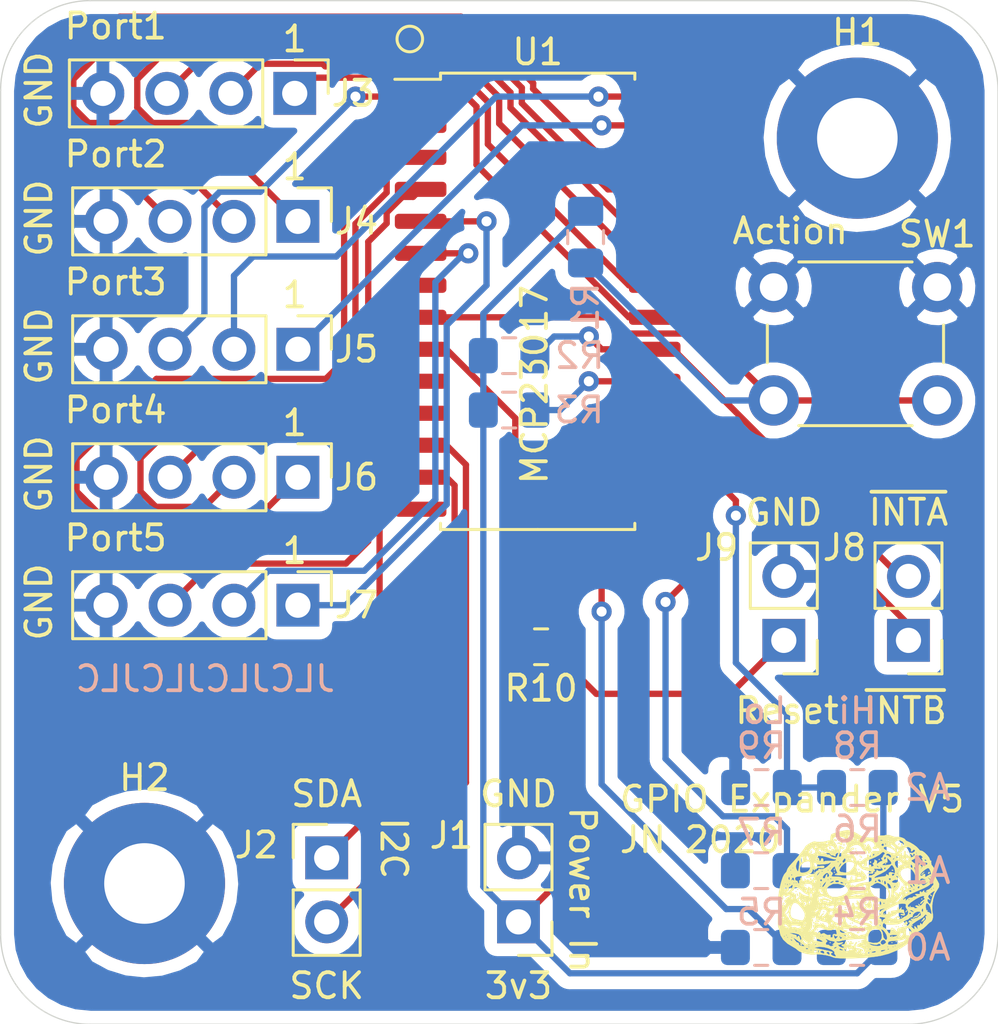
<source format=kicad_pcb>
(kicad_pcb (version 20171130) (host pcbnew "(5.1.6)-1")
  (layers (0 F.Cu signal) (31 B.Cu signal) (34 B.Paste user) (35 F.Paste user) (36 B.SilkS user) (37 F.SilkS user) (38 B.Mask user) (39 F.Mask user) (44 Edge.Cuts user))
  (net 0 "")
  (net 1 GND)
  (net 2 +3V3)
  (net 3 /Action)
  (net 4 /A0)
  (net 5 /A1)
  (net 6 /A2)
  (net 7 /SCK)
  (net 8 /SDA)
  (net 9 /P1_3)
  (net 10 /P1_2)
  (net 11 /P1_1)
  (net 12 /P2_3)
  (net 13 /P2_2)
  (net 14 /P2_1)
  (net 15 /P3_3)
  (net 16 /P3_2)
  (net 17 /P3_1)
  (net 18 /P4_3)
  (net 19 /P4_2)
  (net 20 /P4_1)
  (net 21 /P5_3)
  (net 22 /P5_2)
  (net 23 /P5_1)
  (net 24 /INTA)
  (net 25 /INTB)
  (net 26 /~RESET)
  (module br:brain (layer F.Cu) (at 139.7 83.185)
    (fp_text reference G*** hide)
    (fp_text value LOGO hide)
  )
  (module Button_Switch_THT:SW_PUSH_6mm (layer F.Cu) (at 142.875 63.627 180)
    (fp_text reference SW1 (at 0 6.604) (layer F.SilkS))
    (fp_text value Action)
    (pad 1 thru_hole circle (at 6.5 0 270) (size 2 2) (drill 1.1) (layers *.Cu *.Mask) (net 3 /Action))
    (pad 2 thru_hole circle (at 6.5 4.5 270) (size 2 2) (drill 1.1) (layers *.Cu *.Mask) (net 1 GND))
    (pad 1 thru_hole circle (at 0 0 270) (size 2 2) (drill 1.1) (layers *.Cu *.Mask) (net 3 /Action))
    (pad 2 thru_hole circle (at 0 4.5 270) (size 2 2) (drill 1.1) (layers *.Cu *.Mask) (net 1 GND))
  )
  (module Package_SO:SOIC-28W_7.5x17.9mm_P1.27mm (layer F.Cu) (at 127 59.69)
    (fp_text reference U1 (at 0 -9.9) (layer F.SilkS))
    (fp_text value MCP23017-E/SP)
    (pad 28 smd roundrect (at 4.65 -8.255) (size 2.05 0.6) (layers F.Cu F.Paste F.Mask) (net 16 /P3_2))
    (pad 27 smd roundrect (at 4.65 -6.985) (size 2.05 0.6) (layers F.Cu F.Paste F.Mask) (net 17 /P3_1))
    (pad 26 smd roundrect (at 4.65 -5.715) (size 2.05 0.6) (layers F.Cu F.Paste F.Mask) (net 12 /P2_3))
    (pad 25 smd roundrect (at 4.65 -4.445) (size 2.05 0.6) (layers F.Cu F.Paste F.Mask) (net 13 /P2_2))
    (pad 24 smd roundrect (at 4.65 -3.175) (size 2.05 0.6) (layers F.Cu F.Paste F.Mask) (net 14 /P2_1))
    (pad 23 smd roundrect (at 4.65 -1.905) (size 2.05 0.6) (layers F.Cu F.Paste F.Mask) (net 9 /P1_3))
    (pad 22 smd roundrect (at 4.65 -0.635) (size 2.05 0.6) (layers F.Cu F.Paste F.Mask) (net 10 /P1_2))
    (pad 21 smd roundrect (at 4.65 0.635) (size 2.05 0.6) (layers F.Cu F.Paste F.Mask) (net 11 /P1_1))
    (pad 20 smd roundrect (at 4.65 1.905) (size 2.05 0.6) (layers F.Cu F.Paste F.Mask) (net 24 /INTA))
    (pad 19 smd roundrect (at 4.65 3.175) (size 2.05 0.6) (layers F.Cu F.Paste F.Mask) (net 25 /INTB))
    (pad 18 smd roundrect (at 4.65 4.445) (size 2.05 0.6) (layers F.Cu F.Paste F.Mask) (net 26 /~RESET))
    (pad 17 smd roundrect (at 4.65 5.715) (size 2.05 0.6) (layers F.Cu F.Paste F.Mask) (net 6 /A2))
    (pad 16 smd roundrect (at 4.65 6.985) (size 2.05 0.6) (layers F.Cu F.Paste F.Mask) (net 5 /A1))
    (pad 15 smd roundrect (at 4.65 8.255) (size 2.05 0.6) (layers F.Cu F.Paste F.Mask) (net 4 /A0))
    (pad 14 smd roundrect (at -4.65 8.255) (size 2.05 0.6) (layers F.Cu F.Paste F.Mask))
    (pad 13 smd roundrect (at -4.65 6.985) (size 2.05 0.6) (layers F.Cu F.Paste F.Mask) (net 8 /SDA))
    (pad 12 smd roundrect (at -4.65 5.715) (size 2.05 0.6) (layers F.Cu F.Paste F.Mask) (net 7 /SCK))
    (pad 11 smd roundrect (at -4.65 4.445) (size 2.05 0.6) (layers F.Cu F.Paste F.Mask))
    (pad 10 smd roundrect (at -4.65 3.175) (size 2.05 0.6) (layers F.Cu F.Paste F.Mask) (net 1 GND))
    (pad 9 smd roundrect (at -4.65 1.905) (size 2.05 0.6) (layers F.Cu F.Paste F.Mask) (net 2 +3V3))
    (pad 8 smd roundrect (at -4.65 0.635) (size 2.05 0.6) (layers F.Cu F.Paste F.Mask) (net 3 /Action))
    (pad 7 smd roundrect (at -4.65 -0.635) (size 2.05 0.6) (layers F.Cu F.Paste F.Mask) (net 21 /P5_3))
    (pad 6 smd roundrect (at -4.65 -1.905) (size 2.05 0.6) (layers F.Cu F.Paste F.Mask) (net 22 /P5_2))
    (pad 5 smd roundrect (at -4.65 -3.175) (size 2.05 0.6) (layers F.Cu F.Paste F.Mask) (net 23 /P5_1))
    (pad 4 smd roundrect (at -4.65 -4.445) (size 2.05 0.6) (layers F.Cu F.Paste F.Mask) (net 18 /P4_3))
    (pad 3 smd roundrect (at -4.65 -5.715) (size 2.05 0.6) (layers F.Cu F.Paste F.Mask) (net 19 /P4_2))
    (pad 2 smd roundrect (at -4.65 -6.985) (size 2.05 0.6) (layers F.Cu F.Paste F.Mask) (net 20 /P4_1))
    (pad 1 smd roundrect (at -4.65 -8.255) (size 2.05 0.6) (layers F.Cu F.Paste F.Mask) (net 15 /P3_3))
  )
  (module Resistor_SMD:R_0805_2012Metric_Pad1.15x1.40mm_HandSolder (layer F.Cu) (at 127.136 73.406 180)
    (fp_text reference R10 (at 0 -1.65) (layer F.SilkS))
    (fp_text value 1K)
    (pad 2 smd roundrect (at 1.025 0 180) (size 1.15 1.4) (layers F.Cu F.Paste F.Mask) (roundrect_rratio 0.217391) (net 2 +3V3))
    (pad 1 smd roundrect (at -1.025 0 180) (size 1.15 1.4) (layers F.Cu F.Paste F.Mask) (roundrect_rratio 0.217391) (net 26 /~RESET))
  )
  (module Connector_PinHeader_2.54mm:PinHeader_1x02_P2.54mm_Vertical (layer F.Cu) (at 136.779 73.152 180)
    (fp_text reference J9 (at 2.667 3.683) (layer F.SilkS))
    (fp_text value RESET)
    (pad 2 thru_hole oval (at 0 2.54 180) (size 1.7 1.7) (drill 1) (layers *.Cu *.Mask) (net 1 GND))
    (pad 1 thru_hole rect (at 0 0 180) (size 1.7 1.7) (drill 1) (layers *.Cu *.Mask) (net 26 /~RESET))
  )
  (module MountingHole:MountingHole_3.2mm_M3_Pad (layer F.Cu) (at 111.379 82.804)
    (fp_text reference H2 (at 0 -4.2) (layer F.SilkS))
    (fp_text value MountingHole_Pad)
    (pad 1 thru_hole circle (at 0 0) (size 6.4 6.4) (drill 3.2) (layers *.Cu *.Mask) (net 1 GND))
  )
  (module MountingHole:MountingHole_3.2mm_M3_Pad (layer F.Cu) (at 139.7 53.213)
    (fp_text reference H1 (at 0 -4.2) (layer F.SilkS))
    (fp_text value MountingHole_Pad)
    (pad 1 thru_hole circle (at 0 0) (size 6.4 6.4) (drill 3.2) (layers *.Cu *.Mask) (net 1 GND))
  )
  (module Resistor_SMD:R_0805_2012Metric_Pad1.15x1.40mm_HandSolder (layer B.Cu) (at 135.89 78.994 180)
    (fp_text reference R9 (at 0 1.651) (layer B.SilkS) (effects (justify mirror)))
    (fp_text value 2K)
    (pad 2 smd roundrect (at 1.025 0 180) (size 1.15 1.4) (layers B.Cu B.Paste B.Mask) (roundrect_rratio 0.217391) (net 1 GND))
    (pad 1 smd roundrect (at -1.025 0 180) (size 1.15 1.4) (layers B.Cu B.Paste B.Mask) (roundrect_rratio 0.217391) (net 6 /A2))
  )
  (module Resistor_SMD:R_0805_2012Metric_Pad1.15x1.40mm_HandSolder (layer B.Cu) (at 139.7 78.994 180)
    (fp_text reference R8 (at 0 1.651) (layer B.SilkS) (effects (justify mirror)))
    (fp_text value 1K)
    (pad 2 smd roundrect (at 1.025 0 180) (size 1.15 1.4) (layers B.Cu B.Paste B.Mask) (roundrect_rratio 0.217391) (net 6 /A2))
    (pad 1 smd roundrect (at -1.025 0 180) (size 1.15 1.4) (layers B.Cu B.Paste B.Mask) (roundrect_rratio 0.217391) (net 2 +3V3))
  )
  (module Resistor_SMD:R_0805_2012Metric_Pad1.15x1.40mm_HandSolder (layer B.Cu) (at 135.881 82.296 180)
    (fp_text reference R7 (at -0.009 1.524) (layer B.SilkS) (effects (justify mirror)))
    (fp_text value 2K)
    (pad 2 smd roundrect (at 1.025 0 180) (size 1.15 1.4) (layers B.Cu B.Paste B.Mask) (roundrect_rratio 0.217391) (net 1 GND))
    (pad 1 smd roundrect (at -1.025 0 180) (size 1.15 1.4) (layers B.Cu B.Paste B.Mask) (roundrect_rratio 0.217391) (net 5 /A1))
  )
  (module Resistor_SMD:R_0805_2012Metric_Pad1.15x1.40mm_HandSolder (layer B.Cu) (at 139.709 82.296 180)
    (fp_text reference R6 (at 0.009 1.651 180) (layer B.SilkS) (effects (justify mirror)))
    (fp_text value 1K)
    (pad 2 smd roundrect (at 1.025 0 180) (size 1.15 1.4) (layers B.Cu B.Paste B.Mask) (roundrect_rratio 0.217391) (net 5 /A1))
    (pad 1 smd roundrect (at -1.025 0 180) (size 1.15 1.4) (layers B.Cu B.Paste B.Mask) (roundrect_rratio 0.217391) (net 2 +3V3))
  )
  (module Resistor_SMD:R_0805_2012Metric_Pad1.15x1.40mm_HandSolder (layer B.Cu) (at 135.881 85.344 180)
    (fp_text reference R5 (at -0.009 1.397 180) (layer B.SilkS) (effects (justify mirror)))
    (fp_text value 2K)
    (pad 2 smd roundrect (at 1.025 0 180) (size 1.15 1.4) (layers B.Cu B.Paste B.Mask) (roundrect_rratio 0.217391) (net 1 GND))
    (pad 1 smd roundrect (at -1.025 0 180) (size 1.15 1.4) (layers B.Cu B.Paste B.Mask) (roundrect_rratio 0.217391) (net 4 /A0))
  )
  (module Resistor_SMD:R_0805_2012Metric_Pad1.15x1.40mm_HandSolder (layer B.Cu) (at 139.691 85.344 180)
    (fp_text reference R4 (at -0.009 1.397 180) (layer B.SilkS) (effects (justify mirror)))
    (fp_text value 1K)
    (pad 2 smd roundrect (at 1.025 0 180) (size 1.15 1.4) (layers B.Cu B.Paste B.Mask) (roundrect_rratio 0.217391) (net 4 /A0))
    (pad 1 smd roundrect (at -1.025 0 180) (size 1.15 1.4) (layers B.Cu B.Paste B.Mask) (roundrect_rratio 0.217391) (net 2 +3V3))
  )
  (module Resistor_SMD:R_0805_2012Metric_Pad1.15x1.40mm_HandSolder (layer B.Cu) (at 125.866 64.008 180)
    (fp_text reference R3 (at -2.785 0) (layer B.SilkS) (effects (justify mirror)))
    (fp_text value 1K)
    (pad 2 smd roundrect (at 1.025 0 180) (size 1.15 1.4) (layers B.Cu B.Paste B.Mask) (roundrect_rratio 0.217391) (net 2 +3V3))
    (pad 1 smd roundrect (at -1.025 0 180) (size 1.15 1.4) (layers B.Cu B.Paste B.Mask) (roundrect_rratio 0.217391) (net 25 /INTB))
  )
  (module Resistor_SMD:R_0805_2012Metric_Pad1.15x1.40mm_HandSolder (layer B.Cu) (at 125.866 61.849 180)
    (fp_text reference R2 (at -2.803 0) (layer B.SilkS) (effects (justify mirror)))
    (fp_text value 1K)
    (pad 2 smd roundrect (at 1.025 0 180) (size 1.15 1.4) (layers B.Cu B.Paste B.Mask) (roundrect_rratio 0.217391) (net 2 +3V3))
    (pad 1 smd roundrect (at -1.025 0 180) (size 1.15 1.4) (layers B.Cu B.Paste B.Mask) (roundrect_rratio 0.217391) (net 24 /INTA))
  )
  (module Resistor_SMD:R_0805_2012Metric_Pad1.15x1.40mm_HandSolder (layer B.Cu) (at 128.905 57.141 90)
    (fp_text reference R1 (at -2.785 0 90) (layer B.SilkS) (effects (justify mirror)))
    (fp_text value 1K)
    (pad 2 smd roundrect (at 1.025 0 90) (size 1.15 1.4) (layers B.Cu B.Paste B.Mask) (roundrect_rratio 0.217391) (net 2 +3V3))
    (pad 1 smd roundrect (at -1.025 0 90) (size 1.15 1.4) (layers B.Cu B.Paste B.Mask) (roundrect_rratio 0.217391) (net 3 /Action))
  )
  (module Connector_PinHeader_2.54mm:PinHeader_1x02_P2.54mm_Vertical (layer F.Cu) (at 141.732 73.152 180)
    (fp_text reference J8 (at 2.54 3.683) (layer F.SilkS))
    (fp_text value ~INT)
    (pad 2 thru_hole oval (at 0 2.54 180) (size 1.7 1.7) (drill 1) (layers *.Cu *.Mask) (net 24 /INTA))
    (pad 1 thru_hole rect (at 0 0 180) (size 1.7 1.7) (drill 1) (layers *.Cu *.Mask) (net 25 /INTB))
  )
  (module Connector_PinHeader_2.54mm:PinHeader_1x04_P2.54mm_Vertical (layer F.Cu) (at 117.475 71.755 270)
    (fp_text reference J7 (at 0 -2.33 180) (layer F.SilkS))
    (fp_text value "Port 5")
    (pad 4 thru_hole oval (at 0 7.62 270) (size 1.7 1.7) (drill 1) (layers *.Cu *.Mask) (net 1 GND))
    (pad 3 thru_hole oval (at 0 5.08 270) (size 1.7 1.7) (drill 1) (layers *.Cu *.Mask) (net 21 /P5_3))
    (pad 2 thru_hole oval (at 0 2.54 270) (size 1.7 1.7) (drill 1) (layers *.Cu *.Mask) (net 22 /P5_2))
    (pad 1 thru_hole rect (at 0 0 270) (size 1.7 1.7) (drill 1) (layers *.Cu *.Mask) (net 23 /P5_1))
  )
  (module Connector_PinHeader_2.54mm:PinHeader_1x04_P2.54mm_Vertical (layer F.Cu) (at 117.475 66.675 270)
    (fp_text reference J6 (at 0 -2.33 180) (layer F.SilkS))
    (fp_text value "Port 4")
    (pad 4 thru_hole oval (at 0 7.62 270) (size 1.7 1.7) (drill 1) (layers *.Cu *.Mask) (net 1 GND))
    (pad 3 thru_hole oval (at 0 5.08 270) (size 1.7 1.7) (drill 1) (layers *.Cu *.Mask) (net 18 /P4_3))
    (pad 2 thru_hole oval (at 0 2.54 270) (size 1.7 1.7) (drill 1) (layers *.Cu *.Mask) (net 19 /P4_2))
    (pad 1 thru_hole rect (at 0 0 270) (size 1.7 1.7) (drill 1) (layers *.Cu *.Mask) (net 20 /P4_1))
  )
  (module Connector_PinHeader_2.54mm:PinHeader_1x04_P2.54mm_Vertical (layer F.Cu) (at 117.475 61.595 270)
    (fp_text reference J5 (at 0 -2.33 180) (layer F.SilkS))
    (fp_text value "Port 3")
    (pad 4 thru_hole oval (at 0 7.62 270) (size 1.7 1.7) (drill 1) (layers *.Cu *.Mask) (net 1 GND))
    (pad 3 thru_hole oval (at 0 5.08 270) (size 1.7 1.7) (drill 1) (layers *.Cu *.Mask) (net 15 /P3_3))
    (pad 2 thru_hole oval (at 0 2.54 270) (size 1.7 1.7) (drill 1) (layers *.Cu *.Mask) (net 16 /P3_2))
    (pad 1 thru_hole rect (at 0 0 270) (size 1.7 1.7) (drill 1) (layers *.Cu *.Mask) (net 17 /P3_1))
  )
  (module Connector_PinHeader_2.54mm:PinHeader_1x04_P2.54mm_Vertical (layer F.Cu) (at 117.475 56.515 270)
    (fp_text reference J4 (at 0 -2.33 180) (layer F.SilkS))
    (fp_text value "Port 2")
    (pad 4 thru_hole oval (at 0 7.62 270) (size 1.7 1.7) (drill 1) (layers *.Cu *.Mask) (net 1 GND))
    (pad 3 thru_hole oval (at 0 5.08 270) (size 1.7 1.7) (drill 1) (layers *.Cu *.Mask) (net 12 /P2_3))
    (pad 2 thru_hole oval (at 0 2.54 270) (size 1.7 1.7) (drill 1) (layers *.Cu *.Mask) (net 13 /P2_2))
    (pad 1 thru_hole rect (at 0 0 270) (size 1.7 1.7) (drill 1) (layers *.Cu *.Mask) (net 14 /P2_1))
  )
  (module Connector_PinHeader_2.54mm:PinHeader_1x04_P2.54mm_Vertical (layer F.Cu) (at 117.348 51.435 270)
    (fp_text reference J3 (at 0 -2.33 180) (layer F.SilkS))
    (fp_text value "Port 1")
    (pad 4 thru_hole oval (at 0 7.62 270) (size 1.7 1.7) (drill 1) (layers *.Cu *.Mask) (net 1 GND))
    (pad 3 thru_hole oval (at 0 5.08 270) (size 1.7 1.7) (drill 1) (layers *.Cu *.Mask) (net 9 /P1_3))
    (pad 2 thru_hole oval (at 0 2.54 270) (size 1.7 1.7) (drill 1) (layers *.Cu *.Mask) (net 10 /P1_2))
    (pad 1 thru_hole rect (at 0 0 270) (size 1.7 1.7) (drill 1) (layers *.Cu *.Mask) (net 11 /P1_1))
  )
  (module Connector_PinHeader_2.54mm:PinHeader_1x02_P2.54mm_Vertical (layer F.Cu) (at 118.618 81.788)
    (fp_text reference J2 (at -2.794 -0.508 180) (layer F.SilkS))
    (fp_text value I2C)
    (pad 2 thru_hole oval (at 0 2.54) (size 1.7 1.7) (drill 1) (layers *.Cu *.Mask) (net 7 /SCK))
    (pad 1 thru_hole rect (at 0 0) (size 1.7 1.7) (drill 1) (layers *.Cu *.Mask) (net 8 /SDA))
  )
  (module Connector_PinHeader_2.54mm:PinHeader_1x02_P2.54mm_Vertical (layer F.Cu) (at 126.238 84.328 180)
    (fp_text reference J1 (at 2.667 3.429 180) (layer F.SilkS))
    (fp_text value PWR)
    (pad 2 thru_hole oval (at 0 2.54 180) (size 1.7 1.7) (drill 1) (layers *.Cu *.Mask) (net 1 GND))
    (pad 1 thru_hole rect (at 0 0 180) (size 1.7 1.7) (drill 1) (layers *.Cu *.Mask) (net 2 +3V3))
  )
  (gr_text Lo (at 136.017 75.946) (layer B.SilkS) (effects (font (size 1 1)) (justify mirror)))
  (gr_text Hi (at 139.7 75.946) (layer B.SilkS) (effects (font (size 1 1)) (justify mirror)))
  (gr_text MCP23017 (at 126.873 62.992 90) (layer F.SilkS) (effects (font (size 1 1))))
  (gr_text Reset (at 136.906 75.946) (layer F.SilkS) (effects (font (size 1 1))))
  (gr_text GND (at 136.779 68.072) (layer F.SilkS) (effects (font (size 1 1))))
  (gr_text "A0\n" (at 142.494 85.344) (layer B.SilkS) (effects (font (size 1 1)) (justify mirror)))
  (gr_text "A1\n" (at 142.494 82.296) (layer B.SilkS) (effects (font (size 1 1)) (justify mirror)))
  (gr_text "A2\n" (at 142.494 78.994) (layer B.SilkS) (effects (font (size 1 1)) (justify mirror)))
  (gr_circle (center 121.92 49.276) (end 122.428 49.276) (layer F.SilkS) (width 0.12))
  (gr_text 1 (at 117.348 49.276) (layer F.SilkS) (effects (font (size 1 1))))
  (gr_text 1 (at 117.348 54.356) (layer F.SilkS) (effects (font (size 1 1))))
  (gr_text 1 (at 117.348 59.436) (layer F.SilkS) (effects (font (size 1 1))))
  (gr_text 1 (at 117.348 64.516) (layer F.SilkS) (effects (font (size 1 1))))
  (gr_text 1 (at 117.348 69.596) (layer F.SilkS) (effects (font (size 1 1))))
  (gr_text GND (at 107.188 71.628 90) (layer F.SilkS) (effects (font (size 1 1))))
  (gr_text GND (at 107.188 66.548 90) (layer F.SilkS) (effects (font (size 1 1))))
  (gr_text GND (at 107.188 61.468 90) (layer F.SilkS) (effects (font (size 1 1))))
  (gr_text GND (at 107.188 56.388 90) (layer F.SilkS) (effects (font (size 1 1))))
  (gr_text GND (at 107.188 51.308 90) (layer F.SilkS) (effects (font (size 1 1))))
  (gr_text "Power In" (at 128.778 83.058 270) (layer F.SilkS) (effects (font (size 1 1))))
  (gr_text GND (at 126.238 79.248) (layer F.SilkS) (effects (font (size 1 1))))
  (gr_text Action (at 137.033 56.896) (layer F.SilkS) (effects (font (size 1 1))))
  (gr_text JLCJLCJLCJLC (at 113.792 74.676) (layer B.SilkS) (effects (font (size 1 1)) (justify mirror)))
  (gr_text "GPIO Expander V5\nJN 2020" (at 130.175 80.264) (layer F.SilkS) (effects (font (size 1 1)) (justify left)))
  (gr_text ~INTB (at 141.605 75.946) (layer F.SilkS) (effects (font (size 1 1))))
  (gr_text ~INTA (at 141.732 68.072) (layer F.SilkS) (effects (font (size 1 1))))
  (gr_text 3v3 (at 126.238 86.868) (layer F.SilkS) (effects (font (size 1 1))))
  (gr_text SDA (at 118.618 79.248) (layer F.SilkS) (effects (font (size 1 1))))
  (gr_text SCK (at 118.618 86.868) (layer F.SilkS) (effects (font (size 1 1))))
  (gr_text Port5 (at 110.236 69.088) (layer F.SilkS) (effects (font (size 1 1))))
  (gr_text Port4 (at 110.236 64.008) (layer F.SilkS) (effects (font (size 1 1))))
  (gr_text Port3 (at 110.236 58.928) (layer F.SilkS) (effects (font (size 1 1))))
  (gr_text Port2 (at 110.236 53.848) (layer F.SilkS) (effects (font (size 1 1))))
  (gr_text Port1 (at 110.236 48.768) (layer F.SilkS) (effects (font (size 1 1))))
  (gr_text "I2C\n" (at 121.285 81.407 270) (layer F.SilkS) (effects (font (size 1 1))))
  (gr_line (start 141.732 88.392) (end 109.22 88.392) (layer Edge.Cuts) (width 0.05))
  (gr_line (start 145.288 51.308) (end 145.288 84.836) (layer Edge.Cuts) (width 0.05))
  (gr_arc (start 141.732 84.836) (end 141.732 88.392) (angle -90) (layer Edge.Cuts) (width 0.05))
  (gr_line (start 105.664 51.308) (end 105.664 84.836) (layer Edge.Cuts) (width 0.05))
  (gr_arc (start 109.22 84.836) (end 105.664 84.836) (angle -90) (layer Edge.Cuts) (width 0.05))
  (gr_line (start 141.732 47.752) (end 109.22 47.752) (layer Edge.Cuts) (width 0.05))
  (gr_arc (start 109.22 51.308) (end 109.22 47.752) (angle -90) (layer Edge.Cuts) (width 0.05))
  (gr_arc (start 141.732 51.308) (end 145.288 51.308) (angle -90) (layer Edge.Cuts) (width 0.05))
  (segment (start 134.856 82.296) (end 134.856 82.024) (width 0.25) (layer B.Cu) (net 1))
  (segment (start 120.719011 63.814811) (end 120.71901 73.46399) (width 0.25) (layer F.Cu) (net 1))
  (segment (start 120.71901 73.46399) (end 111.379 82.804) (width 0.25) (layer F.Cu) (net 1))
  (segment (start 122.35 62.865) (end 121.668822 62.865) (width 0.25) (layer F.Cu) (net 1))
  (segment (start 121.668822 62.865) (end 120.719011 63.814811) (width 0.25) (layer F.Cu) (net 1))
  (segment (start 124.841 60.18) (end 128.905 56.116) (width 0.25) (layer B.Cu) (net 2))
  (segment (start 124.841 61.849) (end 124.841 60.18) (width 0.25) (layer B.Cu) (net 2))
  (segment (start 124.841 61.849) (end 124.841 64.008) (width 0.25) (layer B.Cu) (net 2))
  (segment (start 139.69099 86.36901) (end 140.716 85.344) (width 0.25) (layer B.Cu) (net 2))
  (segment (start 128.27901 86.36901) (end 139.69099 86.36901) (width 0.25) (layer B.Cu) (net 2))
  (segment (start 126.238 84.328) (end 128.27901 86.36901) (width 0.25) (layer B.Cu) (net 2))
  (segment (start 140.716 82.314) (end 140.734 82.296) (width 0.25) (layer B.Cu) (net 2))
  (segment (start 140.716 85.344) (end 140.716 82.314) (width 0.25) (layer B.Cu) (net 2))
  (segment (start 140.734 79.003) (end 140.725 78.994) (width 0.25) (layer B.Cu) (net 2))
  (segment (start 140.734 82.296) (end 140.734 79.003) (width 0.25) (layer B.Cu) (net 2))
  (segment (start 124.841 82.931) (end 126.238 84.328) (width 0.25) (layer B.Cu) (net 2))
  (segment (start 124.841 64.008) (end 124.841 82.931) (width 0.25) (layer B.Cu) (net 2))
  (segment (start 126.111 64.331) (end 126.111 73.406) (width 0.25) (layer F.Cu) (net 2))
  (segment (start 123.375 61.595) (end 126.111 64.331) (width 0.25) (layer F.Cu) (net 2))
  (segment (start 122.35 61.595) (end 123.375 61.595) (width 0.25) (layer F.Cu) (net 2))
  (segment (start 127.889 75.184) (end 126.111 73.406) (width 0.25) (layer F.Cu) (net 2))
  (segment (start 126.238 84.328) (end 127.889 82.677) (width 0.25) (layer F.Cu) (net 2))
  (segment (start 127.889 82.677) (end 127.889 75.184) (width 0.25) (layer F.Cu) (net 2))
  (segment (start 134.366 63.627) (end 128.905 58.166) (width 0.25) (layer B.Cu) (net 3))
  (segment (start 136.375 63.627) (end 134.366 63.627) (width 0.25) (layer B.Cu) (net 3))
  (segment (start 136.375 63.627) (end 142.875 63.627) (width 0.25) (layer F.Cu) (net 3))
  (segment (start 133.71799 60.96999) (end 136.375 63.627) (width 0.25) (layer F.Cu) (net 3))
  (segment (start 130.598222 60.96999) (end 133.71799 60.96999) (width 0.25) (layer F.Cu) (net 3))
  (segment (start 129.953232 60.325) (end 130.598222 60.96999) (width 0.25) (layer F.Cu) (net 3))
  (segment (start 122.35 60.325) (end 129.953232 60.325) (width 0.25) (layer F.Cu) (net 3))
  (segment (start 138.666 85.344) (end 136.906 85.344) (width 0.25) (layer B.Cu) (net 4))
  (via (at 129.54 72.009) (size 0.8) (drill 0.4) (layers F.Cu B.Cu) (net 4))
  (segment (start 131.65 67.945) (end 129.54 70.055) (width 0.25) (layer F.Cu) (net 4))
  (segment (start 129.54 70.055) (end 129.54 72.009) (width 0.25) (layer F.Cu) (net 4))
  (segment (start 129.54 78.867) (end 129.54 72.009) (width 0.25) (layer B.Cu) (net 4))
  (segment (start 134.493 83.82) (end 129.54 78.867) (width 0.25) (layer B.Cu) (net 4))
  (segment (start 136.906 85.344) (end 135.382 83.82) (width 0.25) (layer B.Cu) (net 4))
  (segment (start 135.382 83.82) (end 134.493 83.82) (width 0.25) (layer B.Cu) (net 4))
  (segment (start 138.684 82.296) (end 136.906 82.296) (width 0.25) (layer B.Cu) (net 5))
  (segment (start 133.369003 67.369003) (end 133.369003 70.338997) (width 0.25) (layer F.Cu) (net 5))
  (segment (start 131.65 66.675) (end 132.675 66.675) (width 0.25) (layer F.Cu) (net 5))
  (via (at 132.08 71.628) (size 0.8) (drill 0.4) (layers F.Cu B.Cu) (net 5))
  (segment (start 133.369003 70.338997) (end 132.08 71.628) (width 0.25) (layer F.Cu) (net 5))
  (segment (start 132.675 66.675) (end 133.369003 67.369003) (width 0.25) (layer F.Cu) (net 5))
  (segment (start 132.08 77.851) (end 132.08 71.628) (width 0.25) (layer B.Cu) (net 5))
  (segment (start 136.398 80.137) (end 134.366 80.137) (width 0.25) (layer B.Cu) (net 5))
  (segment (start 136.906 82.296) (end 136.906 80.645) (width 0.25) (layer B.Cu) (net 5))
  (segment (start 134.366 80.137) (end 132.08 77.851) (width 0.25) (layer B.Cu) (net 5))
  (segment (start 136.906 80.645) (end 136.398 80.137) (width 0.25) (layer B.Cu) (net 5))
  (segment (start 138.675 78.994) (end 136.915 78.994) (width 0.25) (layer B.Cu) (net 6))
  (via (at 134.873994 68.199) (size 0.8) (drill 0.4) (layers F.Cu B.Cu) (net 6))
  (segment (start 131.65 65.405) (end 132.675 65.405) (width 0.25) (layer F.Cu) (net 6))
  (segment (start 132.675 65.405) (end 134.873994 67.603994) (width 0.25) (layer F.Cu) (net 6))
  (segment (start 134.873994 67.603994) (end 134.873994 68.199) (width 0.25) (layer F.Cu) (net 6))
  (segment (start 136.906 76.073) (end 134.873994 74.040994) (width 0.25) (layer B.Cu) (net 6))
  (segment (start 134.873994 74.040994) (end 134.873994 68.199) (width 0.25) (layer B.Cu) (net 6))
  (segment (start 136.915 78.994) (end 136.906 78.985) (width 0.25) (layer B.Cu) (net 6))
  (segment (start 136.906 78.985) (end 136.906 76.073) (width 0.25) (layer B.Cu) (net 6))
  (segment (start 124.150019 78.795981) (end 118.618 84.328) (width 0.25) (layer F.Cu) (net 7))
  (segment (start 123.375 65.405) (end 124.150019 66.180019) (width 0.25) (layer F.Cu) (net 7))
  (segment (start 124.150019 66.180019) (end 124.150019 78.795981) (width 0.25) (layer F.Cu) (net 7))
  (segment (start 122.35 65.405) (end 123.375 65.405) (width 0.25) (layer F.Cu) (net 7))
  (segment (start 123.70001 76.70599) (end 118.618 81.788) (width 0.25) (layer F.Cu) (net 8))
  (segment (start 123.70001 67.00001) (end 123.70001 76.70599) (width 0.25) (layer F.Cu) (net 8))
  (segment (start 123.375 66.675) (end 123.70001 67.00001) (width 0.25) (layer F.Cu) (net 8))
  (segment (start 122.35 66.675) (end 123.375 66.675) (width 0.25) (layer F.Cu) (net 8))
  (segment (start 123.242074 49.90997) (end 123.79456 49.909972) (width 0.25) (layer F.Cu) (net 9))
  (segment (start 123.79456 49.909972) (end 125.470905 51.586317) (width 0.25) (layer F.Cu) (net 9))
  (segment (start 125.470905 51.586317) (end 125.470905 52.630905) (width 0.25) (layer F.Cu) (net 9))
  (segment (start 123.142102 49.809998) (end 123.242074 49.90997) (width 0.25) (layer F.Cu) (net 9))
  (segment (start 113.893002 49.809998) (end 123.142102 49.809998) (width 0.25) (layer F.Cu) (net 9))
  (segment (start 112.268 51.435) (end 113.893002 49.809998) (width 0.25) (layer F.Cu) (net 9))
  (segment (start 125.470905 52.630905) (end 130.625 57.785) (width 0.25) (layer F.Cu) (net 9))
  (segment (start 130.625 57.785) (end 131.65 57.785) (width 0.25) (layer F.Cu) (net 9))
  (segment (start 114.808 51.435) (end 115.983001 50.259999) (width 0.25) (layer F.Cu) (net 10))
  (segment (start 118.557982 50.35998) (end 123.608159 50.359981) (width 0.25) (layer F.Cu) (net 10))
  (segment (start 130.625 59.055) (end 131.65 59.055) (width 0.25) (layer F.Cu) (net 10))
  (segment (start 125.020894 53.450895) (end 130.625 59.055) (width 0.25) (layer F.Cu) (net 10))
  (segment (start 125.020893 51.772715) (end 125.020894 53.450895) (width 0.25) (layer F.Cu) (net 10))
  (segment (start 123.608159 50.359981) (end 125.020893 51.772715) (width 0.25) (layer F.Cu) (net 10))
  (segment (start 118.458001 50.259999) (end 118.557982 50.35998) (width 0.25) (layer F.Cu) (net 10))
  (segment (start 115.983001 50.259999) (end 118.458001 50.259999) (width 0.25) (layer F.Cu) (net 10))
  (segment (start 130.625 60.325) (end 131.65 60.325) (width 0.25) (layer F.Cu) (net 11))
  (segment (start 123.421758 50.80999) (end 124.570884 51.959116) (width 0.25) (layer F.Cu) (net 11))
  (segment (start 117.348 51.435) (end 117.97301 50.80999) (width 0.25) (layer F.Cu) (net 11))
  (segment (start 124.570884 51.959116) (end 124.570884 54.270884) (width 0.25) (layer F.Cu) (net 11))
  (segment (start 117.97301 50.80999) (end 123.421758 50.80999) (width 0.25) (layer F.Cu) (net 11))
  (segment (start 124.570884 54.270884) (end 130.625 60.325) (width 0.25) (layer F.Cu) (net 11))
  (segment (start 129.54 53.975) (end 131.65 53.975) (width 0.25) (layer F.Cu) (net 12))
  (segment (start 126.820938 51.255937) (end 129.54 53.975) (width 0.25) (layer F.Cu) (net 12))
  (segment (start 126.820936 51.255933) (end 126.820938 51.255937) (width 0.25) (layer F.Cu) (net 12))
  (segment (start 126.820936 51.027116) (end 126.820936 51.255933) (width 0.25) (layer F.Cu) (net 12))
  (segment (start 124.417951 48.624133) (end 126.820936 51.027116) (width 0.25) (layer F.Cu) (net 12))
  (segment (start 108.102989 52.222989) (end 108.102988 50.684599) (width 0.25) (layer F.Cu) (net 12))
  (segment (start 112.395 56.515) (end 108.102989 52.222989) (width 0.25) (layer F.Cu) (net 12))
  (segment (start 108.102988 50.684599) (end 110.399325 48.388262) (width 0.25) (layer F.Cu) (net 12))
  (segment (start 110.399325 48.388262) (end 123.953262 48.388262) (width 0.25) (layer F.Cu) (net 12))
  (segment (start 123.953262 48.388262) (end 124.124943 48.559943) (width 0.25) (layer F.Cu) (net 12))
  (segment (start 124.124943 48.559943) (end 124.353764 48.559945) (width 0.25) (layer F.Cu) (net 12))
  (segment (start 124.353764 48.559945) (end 124.417951 48.624133) (width 0.25) (layer F.Cu) (net 12))
  (segment (start 123.811539 49.009951) (end 124.167362 49.009954) (width 0.25) (layer F.Cu) (net 13))
  (segment (start 110.514026 48.909972) (end 123.71156 48.909972) (width 0.25) (layer F.Cu) (net 13))
  (segment (start 129.792592 55.245) (end 131.65 55.245) (width 0.25) (layer F.Cu) (net 13))
  (segment (start 126.370927 51.213519) (end 126.370927 51.823333) (width 0.25) (layer F.Cu) (net 13))
  (segment (start 123.71156 48.909972) (end 123.811539 49.009951) (width 0.25) (layer F.Cu) (net 13))
  (segment (start 114.935 56.515) (end 111.030001 52.610001) (width 0.25) (layer F.Cu) (net 13))
  (segment (start 108.552999 50.870999) (end 110.514026 48.909972) (width 0.25) (layer F.Cu) (net 13))
  (segment (start 109.163999 52.610001) (end 108.552999 51.999001) (width 0.25) (layer F.Cu) (net 13))
  (segment (start 108.552999 51.999001) (end 108.552999 50.870999) (width 0.25) (layer F.Cu) (net 13))
  (segment (start 111.030001 52.610001) (end 109.163999 52.610001) (width 0.25) (layer F.Cu) (net 13))
  (segment (start 124.167362 49.009954) (end 126.370927 51.213519) (width 0.25) (layer F.Cu) (net 13))
  (segment (start 126.370927 51.823333) (end 129.792592 55.245) (width 0.25) (layer F.Cu) (net 13))
  (segment (start 111.703999 52.610001) (end 111.092999 51.999001) (width 0.25) (layer F.Cu) (net 14))
  (segment (start 117.475 56.515) (end 113.570001 52.610001) (width 0.25) (layer F.Cu) (net 14))
  (segment (start 113.570001 52.610001) (end 111.703999 52.610001) (width 0.25) (layer F.Cu) (net 14))
  (segment (start 111.092999 50.870999) (end 112.604011 49.359987) (width 0.25) (layer F.Cu) (net 14))
  (segment (start 112.604011 49.359987) (end 123.398194 49.359987) (width 0.25) (layer F.Cu) (net 14))
  (segment (start 123.398194 49.359987) (end 123.498167 49.45996) (width 0.25) (layer F.Cu) (net 14))
  (segment (start 123.980961 49.459963) (end 125.920916 51.399918) (width 0.25) (layer F.Cu) (net 14))
  (segment (start 125.920916 51.399918) (end 125.920916 52.009733) (width 0.25) (layer F.Cu) (net 14))
  (segment (start 111.092999 51.999001) (end 111.092999 50.870999) (width 0.25) (layer F.Cu) (net 14))
  (segment (start 123.498167 49.45996) (end 123.980961 49.459963) (width 0.25) (layer F.Cu) (net 14))
  (segment (start 125.920916 52.009733) (end 130.426181 56.515) (width 0.25) (layer F.Cu) (net 14))
  (segment (start 130.426181 56.515) (end 131.65 56.515) (width 0.25) (layer F.Cu) (net 14))
  (via (at 119.761 51.562) (size 0.8) (drill 0.4) (layers F.Cu B.Cu) (net 15))
  (segment (start 113.759999 60.230001) (end 113.759999 55.950999) (width 0.25) (layer B.Cu) (net 15))
  (segment (start 112.395 61.595) (end 113.759999 60.230001) (width 0.25) (layer B.Cu) (net 15))
  (segment (start 113.759999 55.950999) (end 114.370999 55.339999) (width 0.25) (layer B.Cu) (net 15))
  (segment (start 115.983001 55.339999) (end 119.761 51.562) (width 0.25) (layer B.Cu) (net 15))
  (segment (start 114.370999 55.339999) (end 115.983001 55.339999) (width 0.25) (layer B.Cu) (net 15))
  (segment (start 122.223 51.562) (end 122.35 51.435) (width 0.25) (layer F.Cu) (net 15))
  (segment (start 119.761 51.562) (end 122.223 51.562) (width 0.25) (layer F.Cu) (net 15))
  (via (at 129.413 51.562) (size 0.8) (drill 0.4) (layers F.Cu B.Cu) (net 16))
  (segment (start 131.523 51.562) (end 131.65 51.435) (width 0.25) (layer F.Cu) (net 16))
  (segment (start 129.413 51.562) (end 131.523 51.562) (width 0.25) (layer F.Cu) (net 16))
  (segment (start 115.697 57.912) (end 118.999 57.912) (width 0.25) (layer B.Cu) (net 16))
  (segment (start 125.349 51.562) (end 129.413 51.562) (width 0.25) (layer B.Cu) (net 16))
  (segment (start 118.999 57.912) (end 125.349 51.562) (width 0.25) (layer B.Cu) (net 16))
  (segment (start 114.935 61.595) (end 114.935 58.674) (width 0.25) (layer B.Cu) (net 16))
  (segment (start 114.935 58.674) (end 115.697 57.912) (width 0.25) (layer B.Cu) (net 16))
  (via (at 129.54 52.705) (size 0.8) (drill 0.4) (layers F.Cu B.Cu) (net 17))
  (segment (start 131.65 52.705) (end 129.54 52.705) (width 0.25) (layer F.Cu) (net 17))
  (segment (start 126.365 52.705) (end 117.475 61.595) (width 0.25) (layer B.Cu) (net 17))
  (segment (start 129.54 52.705) (end 126.365 52.705) (width 0.25) (layer B.Cu) (net 17))
  (segment (start 120.99999 56.59501) (end 120.99999 56.168242) (width 0.25) (layer F.Cu) (net 18))
  (segment (start 120.99999 56.168242) (end 121.623232 55.545) (width 0.25) (layer F.Cu) (net 18))
  (segment (start 121.623232 55.545) (end 122.05 55.545) (width 0.25) (layer F.Cu) (net 18))
  (segment (start 114.357989 64.712011) (end 118.4234 64.712011) (width 0.25) (layer F.Cu) (net 18))
  (segment (start 112.395 66.675) (end 114.357989 64.712011) (width 0.25) (layer F.Cu) (net 18))
  (segment (start 120.269 62.866411) (end 120.269 57.326) (width 0.25) (layer F.Cu) (net 18))
  (segment (start 118.4234 64.712011) (end 120.269 62.866411) (width 0.25) (layer F.Cu) (net 18))
  (segment (start 120.269 57.326) (end 120.99999 56.59501) (width 0.25) (layer F.Cu) (net 18))
  (segment (start 122.05 55.545) (end 122.35 55.245) (width 0.25) (layer F.Cu) (net 18))
  (segment (start 121.325 53.975) (end 122.35 53.975) (width 0.25) (layer F.Cu) (net 19))
  (segment (start 111.219999 65.921001) (end 112.879 64.262) (width 0.25) (layer F.Cu) (net 19))
  (segment (start 114.935 66.675) (end 113.759999 67.850001) (width 0.25) (layer F.Cu) (net 19))
  (segment (start 118.11 64.262) (end 119.761 62.611) (width 0.25) (layer F.Cu) (net 19))
  (segment (start 111.219999 67.239001) (end 111.219999 65.921001) (width 0.25) (layer F.Cu) (net 19))
  (segment (start 119.761 62.611) (end 119.761 56.61099) (width 0.25) (layer F.Cu) (net 19))
  (segment (start 113.759999 67.850001) (end 111.830999 67.850001) (width 0.25) (layer F.Cu) (net 19))
  (segment (start 111.830999 67.850001) (end 111.219999 67.239001) (width 0.25) (layer F.Cu) (net 19))
  (segment (start 112.879 64.262) (end 118.11 64.262) (width 0.25) (layer F.Cu) (net 19))
  (segment (start 120.99999 55.372) (end 120.99999 54.30001) (width 0.25) (layer F.Cu) (net 19))
  (segment (start 119.761 56.61099) (end 120.99999 55.372) (width 0.25) (layer F.Cu) (net 19))
  (segment (start 120.99999 54.30001) (end 121.325 53.975) (width 0.25) (layer F.Cu) (net 19))
  (segment (start 121.923232 52.705) (end 122.35 52.705) (width 0.25) (layer F.Cu) (net 20))
  (segment (start 119.31099 62.044012) (end 119.31099 55.317242) (width 0.25) (layer F.Cu) (net 20))
  (segment (start 119.31099 55.317242) (end 121.923232 52.705) (width 0.25) (layer F.Cu) (net 20))
  (segment (start 118.585001 62.770001) (end 119.31099 62.044012) (width 0.25) (layer F.Cu) (net 20))
  (segment (start 111.854999 62.770001) (end 118.585001 62.770001) (width 0.25) (layer F.Cu) (net 20))
  (segment (start 108.679999 67.239001) (end 108.679999 65.945001) (width 0.25) (layer F.Cu) (net 20))
  (segment (start 108.679999 65.945001) (end 111.854999 62.770001) (width 0.25) (layer F.Cu) (net 20))
  (segment (start 109.741009 68.300011) (end 108.679999 67.239001) (width 0.25) (layer F.Cu) (net 20))
  (segment (start 115.849989 68.300011) (end 109.741009 68.300011) (width 0.25) (layer F.Cu) (net 20))
  (segment (start 117.475 66.675) (end 115.849989 68.300011) (width 0.25) (layer F.Cu) (net 20))
  (segment (start 120.99999 59.38001) (end 121.325 59.055) (width 0.25) (layer F.Cu) (net 21))
  (segment (start 112.395 71.755) (end 114.046 70.104) (width 0.25) (layer F.Cu) (net 21))
  (segment (start 120.269 63.628411) (end 120.99999 62.897421) (width 0.25) (layer F.Cu) (net 21))
  (segment (start 119.38 70.104) (end 120.269 69.215) (width 0.25) (layer F.Cu) (net 21))
  (segment (start 121.325 59.055) (end 122.35 59.055) (width 0.25) (layer F.Cu) (net 21))
  (segment (start 120.269 69.215) (end 120.269 63.628411) (width 0.25) (layer F.Cu) (net 21))
  (segment (start 120.99999 62.897421) (end 120.99999 59.38001) (width 0.25) (layer F.Cu) (net 21))
  (segment (start 114.046 70.104) (end 119.38 70.104) (width 0.25) (layer F.Cu) (net 21))
  (via (at 124.243 57.785) (size 0.8) (drill 0.4) (layers F.Cu B.Cu) (net 22))
  (segment (start 124.243 57.785) (end 122.35 57.785) (width 0.25) (layer F.Cu) (net 22))
  (segment (start 124.079998 57.785) (end 124.243 57.785) (width 0.25) (layer B.Cu) (net 22))
  (segment (start 122.936 58.928998) (end 124.079998 57.785) (width 0.25) (layer B.Cu) (net 22))
  (segment (start 122.936 67.564) (end 122.936 58.928998) (width 0.25) (layer B.Cu) (net 22))
  (segment (start 120.109999 70.390001) (end 122.936 67.564) (width 0.25) (layer B.Cu) (net 22))
  (segment (start 114.935 71.755) (end 116.299999 70.390001) (width 0.25) (layer B.Cu) (net 22))
  (segment (start 116.299999 70.390001) (end 120.109999 70.390001) (width 0.25) (layer B.Cu) (net 22))
  (via (at 124.968 56.515) (size 0.8) (drill 0.4) (layers F.Cu B.Cu) (net 23))
  (segment (start 124.968 56.515) (end 122.35 56.515) (width 0.25) (layer F.Cu) (net 23))
  (segment (start 123.386011 60.636989) (end 124.968 59.055) (width 0.25) (layer B.Cu) (net 23))
  (segment (start 124.968 59.055) (end 124.968 56.515) (width 0.25) (layer B.Cu) (net 23))
  (segment (start 123.386011 67.7504) (end 123.386011 60.636989) (width 0.25) (layer B.Cu) (net 23))
  (segment (start 119.381411 71.755) (end 123.386011 67.7504) (width 0.25) (layer B.Cu) (net 23))
  (segment (start 117.475 71.755) (end 119.381411 71.755) (width 0.25) (layer B.Cu) (net 23))
  (segment (start 132.381998 61.595) (end 131.65 61.595) (width 0.25) (layer F.Cu) (net 24))
  (segment (start 141.398998 70.612) (end 132.381998 61.595) (width 0.25) (layer F.Cu) (net 24))
  (segment (start 141.732 70.612) (end 141.398998 70.612) (width 0.25) (layer F.Cu) (net 24))
  (via (at 129.032 61.087) (size 0.8) (drill 0.4) (layers F.Cu B.Cu) (net 24))
  (segment (start 131.65 61.595) (end 129.54 61.595) (width 0.25) (layer F.Cu) (net 24))
  (segment (start 129.54 61.595) (end 129.032 61.087) (width 0.25) (layer F.Cu) (net 24))
  (segment (start 127.653 61.087) (end 126.891 61.849) (width 0.25) (layer B.Cu) (net 24))
  (segment (start 129.032 61.087) (end 127.653 61.087) (width 0.25) (layer B.Cu) (net 24))
  (segment (start 141.732 72.520232) (end 141.732 73.152) (width 0.25) (layer F.Cu) (net 25))
  (segment (start 132.076768 62.865) (end 141.732 72.520232) (width 0.25) (layer F.Cu) (net 25))
  (segment (start 131.65 62.865) (end 132.076768 62.865) (width 0.25) (layer F.Cu) (net 25))
  (via (at 129.032 62.865) (size 0.8) (drill 0.4) (layers F.Cu B.Cu) (net 25))
  (segment (start 126.891 64.008) (end 127.889 64.008) (width 0.25) (layer B.Cu) (net 25))
  (segment (start 127.889 64.008) (end 129.032 62.865) (width 0.25) (layer B.Cu) (net 25))
  (segment (start 129.032 62.865) (end 131.65 62.865) (width 0.25) (layer F.Cu) (net 25))
  (segment (start 134.656999 75.274001) (end 129.329001 75.274001) (width 0.25) (layer F.Cu) (net 26))
  (segment (start 129.329001 75.274001) (end 128.161 74.106) (width 0.25) (layer F.Cu) (net 26))
  (segment (start 128.161 74.106) (end 128.161 73.406) (width 0.25) (layer F.Cu) (net 26))
  (segment (start 136.779 73.152) (end 134.656999 75.274001) (width 0.25) (layer F.Cu) (net 26))
  (segment (start 131.223232 64.135) (end 131.65 64.135) (width 0.25) (layer F.Cu) (net 26))
  (segment (start 128.161 67.197232) (end 131.223232 64.135) (width 0.25) (layer F.Cu) (net 26))
  (segment (start 128.161 73.406) (end 128.161 67.197232) (width 0.25) (layer F.Cu) (net 26))
  (zone (net 1) (net_name GND) (layer B.Cu) (connect_pads (clearance 0.508)) (min_thickness 0.254) (fill yes (arc_segments 32) (thermal_gap 0.508) (thermal_bridge_width 0.508) (smoothing fillet) (radius 3))
    (polygon (pts (xy 144.78 87.884) (xy 106.172 87.884) (xy 106.172 48.26) (xy 144.78 48.26)))
  )
)
</source>
